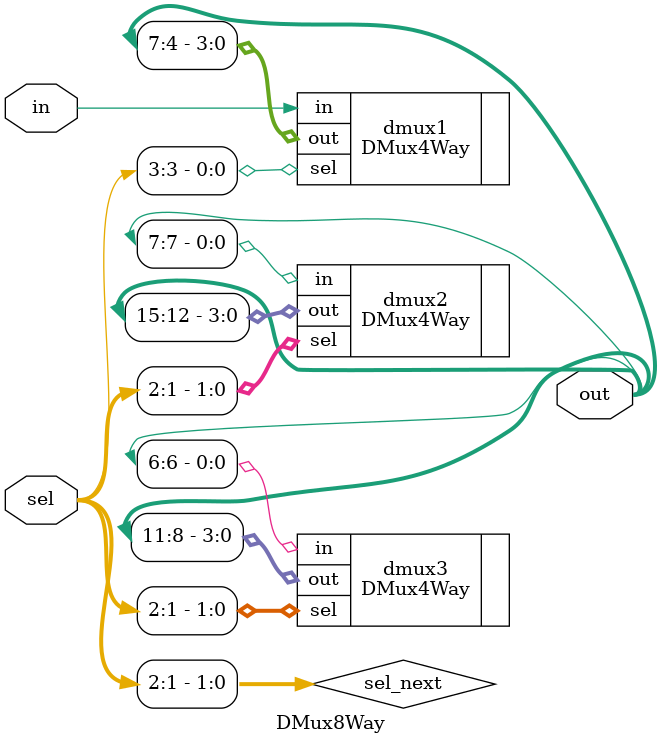
<source format=v>
module DMux8Way (
	input in,
	input [3:0] sel,
	output [15:0] out
);

wire [1:0] sel_next;

// Intermediate select signals
assign sel_next = sel[2:1];

// First stage of demultiplexing
DMux4Way dmux1 (
    .in(in),
    .sel(sel[3]),
    .out({out[7], out[6], out[5], out[4]})
);

DMux4Way dmux2 (
    .in(out[7]),
    .sel(sel_next),
    .out({out[15], out[14], out[13], out[12]})
);

DMux4Way dmux3 (
    .in(out[6]),
    .sel(sel_next),
    .out({out[11], out[10], out[9], out[8]})
);


endmodule

</source>
